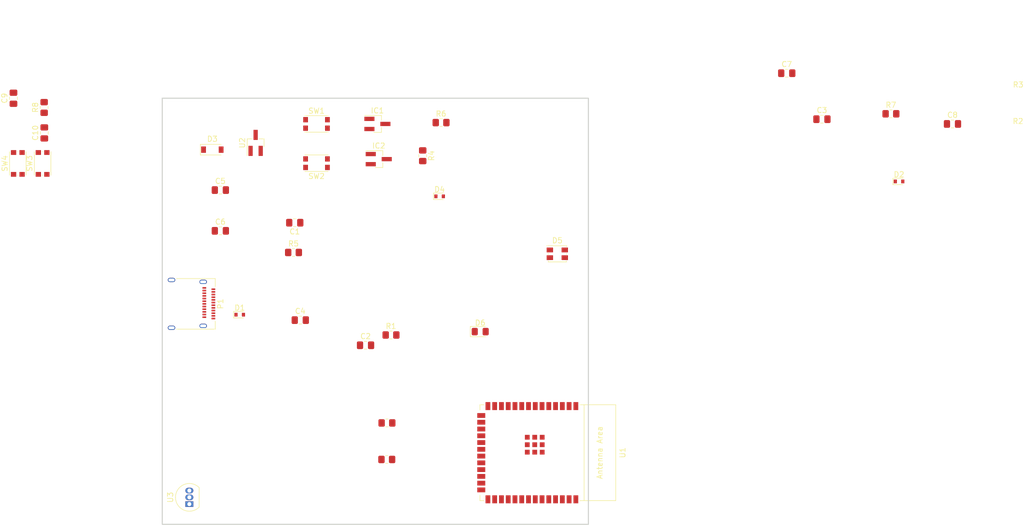
<source format=kicad_pcb>
(kicad_pcb (version 20211014) (generator pcbnew)
  (layers (0 "F.Cu" signal) (31 "B.Cu" signal) (34 "B.Paste" user) (35 "F.Paste" user) (36 "B.SilkS" user "B.Silkscreen") (37 "F.SilkS" user "F.Silkscreen") (38 "B.Mask" user) (39 "F.Mask" user) (44 "Edge.Cuts" user))
  (net 0 "")
  (net 1 "PAD_-_ExternalPush_1")
  (net 2 "GPIO0")
  (net 3 "CHIP_PU")
  (net 4 "ESP_3V3")
  (net 5 "+5V")
  (net 6 "VBUS")
  (net 7 "GPIO19")
  (net 8 "GPIO20")
  (net 9 "GPIO38")
  (net 11 "Net-(D6-Pad2)")
  (net 12 "Net-(IC1-Pad1)")
  (net 13 "RTS")
  (net 14 "Net-(IC1-Pad3)")
  (net 15 "DTR")
  (net 16 "Net-(IC2-Pad3)")
  (net 17 "Net-(P1-PadA5)")
  (net 29 "ExternalPush_1")
  (net 36 "ExternalPush_2")
  (net 39 "TemperatureSensor")
  (footprint "Capacitor_SMD:C_0805_2012Metric_Pad1.18x1.45mm_HandSolder" (layer "F.Cu") (at 117.5805 70.582)
    (fp_text reference "C5" (at 0 -1.68) (layer "F.SilkS"))
    (fp_text value "10uF/25V(20%)")
    (fp_line (start -0.261252 0.735) (end 0.261252 0.735) (layer "F.SilkS") (width 0.12))
    (fp_line (start -0.261252 -0.735) (end 0.261252 -0.735) (layer "F.SilkS") (width 0.12))
    (pad "1" smd roundrect (at -1.0375 0) (size 1.175 1.45) (layers "F.Cu" "F.Paste" "F.Mask") (roundrect_rratio 0.212766) (net 5 "+5V"))
    (pad "2" smd roundrect (at 1.0375 0) (size 1.175 1.45) (layers "F.Cu" "F.Paste" "F.Mask") (roundrect_rratio 0.212766) (net 1 "PAD_-_ExternalPush_1"))
  )
  (footprint "LED_SMD:LED_0805_2012Metric_Pad1.15x1.40mm_HandSolder" (layer "F.Cu") (at 166.37 97.155)
    (fp_text reference "D6" (at 0 -1.65) (layer "F.SilkS"))
    (fp_text value "RED LED ")
    (fp_line (start -1.86 0.96) (end 1 0.96) (layer "F.SilkS") (width 0.12))
    (fp_line (start -1.86 -0.96) (end -1.86 0.96) (layer "F.SilkS") (width 0.12))
    (fp_line (start 1 -0.96) (end -1.86 -0.96) (layer "F.SilkS") (width 0.12))
    (pad "1" smd roundrect (at -1.025 0) (size 1.15 1.4) (layers "F.Cu" "F.Paste" "F.Mask") (roundrect_rratio 0.217391) (net 1 "PAD_-_ExternalPush_1"))
    (pad "2" smd roundrect (at 1.025 0) (size 1.15 1.4) (layers "F.Cu" "F.Paste" "F.Mask") (roundrect_rratio 0.217391) (net 11 "Net-(D6-Pad2)"))
  )
  (footprint "Espressif:ESP32-S3-WROOM-1" (layer "F.Cu") (at 176.066 119.888 -90)
    (fp_text reference "U1" (at 0 -17.05 90) (layer "F.SilkS"))
    (fp_text value "ESP32-S3-WROOM-1")
    (fp_text user "Antenna Area" (at 0 -12.75 90) (layer "F.SilkS"))
    (fp_line (start -9 -15.75) (end -9 -9) (layer "F.SilkS") (width 0.12))
    (fp_line (start 9 9.75) (end 8 9.75) (layer "F.SilkS") (width 0.12))
    (fp_line (start 9 9) (end 9 9.75) (layer "F.SilkS") (width 0.12))
    (fp_line (start -9 9.75) (end -8 9.75) (layer "F.SilkS") (width 0.12))
    (fp_line (start 9 -9.81) (end -9 -9.81) (layer "F.SilkS") (width 0.12))
    (fp_line (start 9 -15.75) (end 9 -9) (layer "F.SilkS") (width 0.12))
    (fp_line (start -9 9) (end -9 9.75) (layer "F.SilkS") (width 0.12))
    (fp_line (start -9 -15.75) (end 9 -15.75) (layer "F.SilkS") (width 0.12))
    (pad "1" smd rect (at -8.75 -8.26 270) (size 1.5 0.9) (layers "F.Cu" "F.Paste" "F.Mask") (net 1 "PAD_-_ExternalPush_1"))
    (pad "2" smd rect (at -8.75 -6.99 270) (size 1.5 0.9) (layers "F.Cu" "F.Paste" "F.Mask") (net 4 "ESP_3V3"))
    (pad "3" smd rect (at -8.75 -5.72 270) (size 1.5 0.9) (layers "F.Cu" "F.Paste" "F.Mask") (net 3 "CHIP_PU"))
    (pad "4" smd rect (at -8.75 -4.45 270) (size 1.5 0.9) (layers "F.Cu" "F.Paste" "F.Mask"))
    (pad "5" smd rect (at -8.75 -3.18 270) (size 1.5 0.9) (layers "F.Cu" "F.Paste" "F.Mask"))
    (pad "6" smd rect (at -8.75 -1.91 270) (size 1.5 0.9) (layers "F.Cu" "F.Paste" "F.Mask"))
    (pad "7" smd rect (at -8.75 -0.64 270) (size 1.5 0.9) (layers "F.Cu" "F.Paste" "F.Mask"))
    (pad "8" smd rect (at -8.75 0.63 270) (size 1.5 0.9) (layers "F.Cu" "F.Paste" "F.Mask"))
    (pad "9" smd rect (at -8.75 1.9 270) (size 1.5 0.9) (layers "F.Cu" "F.Paste" "F.Mask"))
    (pad "10" smd rect (at -8.75 3.17 270) (size 1.5 0.9) (layers "F.Cu" "F.Paste" "F.Mask"))
    (pad "11" smd rect (at -8.75 4.44 270) (size 1.5 0.9) (layers "F.Cu" "F.Paste" "F.Mask"))
    (pad "12" smd rect (at -8.75 5.71 270) (size 1.5 0.9) (layers "F.Cu" "F.Paste" "F.Mask"))
    (pad "13" smd rect (at -8.75 6.98 270) (size 1.5 0.9) (layers "F.Cu" "F.Paste" "F.Mask") (net 7 "GPIO19"))
    (pad "14" smd rect (at -8.75 8.25 270) (size 1.5 0.9) (layers "F.Cu" "F.Paste" "F.Mask") (net 8 "GPIO20"))
    (pad "15" smd rect (at -6.985 9.5) (size 1.5 0.9) (layers "F.Cu" "F.Paste" "F.Mask"))
    (pad "16" smd rect (at -5.715 9.5) (size 1.5 0.9) (layers "F.Cu" "F.Paste" "F.Mask") (net 39 "TemperatureSensor"))
    (pad "17" smd rect (at -4.445 9.5) (size 1.5 0.9) (layers "F.Cu" "F.Paste" "F.Mask"))
    (pad "18" smd rect (at -3.175 9.5) (size 1.5 0.9) (layers "F.Cu" "F.Paste" "F.Mask"))
    (pad "19" smd rect (at -1.905 9.5) (size 1.5 0.9) (layers "F.Cu" "F.Paste" "F.Mask"))
    (pad "20" smd rect (at -0.635 9.5) (size 1.5 0.9) (layers "F.Cu" "F.Paste" "F.Mask"))
    (pad "21" smd rect (at 0.635 9.5) (size 1.5 0.9) (layers "F.Cu" "F.Paste" "F.Mask"))
    (pad "22" smd rect (at 1.905 9.5) (size 1.5 0.9) (layers "F.Cu" "F.Paste" "F.Mask"))
    (pad "23" smd rect (at 3.175 9.5) (size 1.5 0.9) (layers "F.Cu" "F.Paste" "F.Mask") (net 29 "ExternalPush_1"))
    (pad "24" smd rect (at 4.445 9.5) (size 1.5 0.9) (layers "F.Cu" "F.Paste" "F.Mask"))
    (pad "25" smd rect (at 5.715 9.5) (size 1.5 0.9) (layers "F.Cu" "F.Paste" "F.Mask"))
    (pad "26" smd rect (at 6.985 9.5) (size 1.5 0.9) (layers "F.Cu" "F.Paste" "F.Mask") (net 36 "ExternalPush_2"))
    (pad "27" smd rect (at 8.75 8.25 90) (size 1.5 0.9) (layers "F.Cu" "F.Paste" "F.Mask") (net 2 "GPIO0"))
    (pad "28" smd rect (at 8.75 6.98 90) (size 1.5 0.9) (layers "F.Cu" "F.Paste" "F.Mask"))
    (pad "29" smd rect (at 8.75 5.71 90) (size 1.5 0.9) (layers "F.Cu" "F.Paste" "F.Mask"))
    (pad "30" smd rect (at 8.75 4.44 90) (size 1.5 0.9) (layers "F.Cu" "F.Paste" "F.Mask"))
    (pad "31" smd rect (at 8.75 3.17 90) (size 1.5 0.9) (layers "F.Cu" "F.Paste" "F.Mask") (net 9 "GPIO38"))
    (pad "32" smd rect (at 8.75 1.9 90) (size 1.5 0.9) (layers "F.Cu" "F.Paste" "F.Mask"))
    (pad "33" smd rect (at 8.75 0.63 90) (size 1.5 0.9) (layers "F.Cu" "F.Paste" "F.Mask"))
    (pad "34" smd rect (at 8.75 -0.64 90) (size 1.5 0.9) (layers "F.Cu" "F.Paste" "F.Mask"))
    (pad "35" smd rect (at 8.75 -1.91 90) (size 1.5 0.9) (layers "F.Cu" "F.Paste" "F.Mask"))
    (pad "36" smd rect (at 8.75 -3.18 90) (size 1.5 0.9) (layers "F.Cu" "F.Paste" "F.Mask"))
    (pad "37" smd rect (at 8.75 -4.45 90) (size 1.5 0.9) (layers "F.Cu" "F.Paste" "F.Mask"))
    (pad "38" smd rect (at 8.75 -5.72 90) (size 1.5 0.9) (layers "F.Cu" "F.Paste" "F.Mask"))
    (pad "39" smd rect (at 8.75 -6.99 90) (size 1.5 0.9) (layers "F.Cu" "F.Paste" "F.Mask"))
    (pad "40" smd rect (at 8.75 -8.26 90) (size 1.5 0.9) (layers "F.Cu" "F.Paste" "F.Mask") (net 1 "PAD_-_ExternalPush_1"))
    (pad "41" smd rect (at -2.9 -1.94 90) (size 0.9 0.9) (layers "F.Cu" "F.Paste" "F.Mask") (net 1 "PAD_-_ExternalPush_1"))
    (pad "41" smd rect (at -1.5 -1.94 90) (size 0.9 0.9) (layers "F.Cu" "F.Paste" "F.Mask") (net 1 "PAD_-_ExternalPush_1"))
    (pad "41" smd rect (at -1.5 0.86 90) (size 0.9 0.9) (layers "F.Cu" "F.Paste" "F.Mask") (net 1 "PAD_-_ExternalPush_1"))
    (pad "41" smd rect (at -2.9 -0.54 90) (size 0.9 0.9) (layers "F.Cu" "F.Paste" "F.Mask") (net 1 "PAD_-_ExternalPush_1"))
    (pad "41" smd rect (at -2.9 0.86 90) (size 0.9 0.9) (layers "F.Cu" "F.Paste" "F.Mask") (net 1 "PAD_-_ExternalPush_1"))
    (pad "41" smd rect (at -0.1 0.86 90) (size 0.9 0.9) (layers "F.Cu" "F.Paste" "F.Mask") (net 1 "PAD_-_ExternalPush_1"))
    (pad "41" smd rect (at -1.5 -0.54 90) (size 0.9 0.9) (layers "F.Cu" "F.Paste" "F.Mask") (net 1 "PAD_-_ExternalPush_1"))
    (pad "41" smd rect (at -0.1 -1.94 90) (size 0.9 0.9) (layers "F.Cu" "F.Paste" "F.Mask") (net 1 "PAD_-_ExternalPush_1"))
    (pad "41" smd rect (at -0.1 -0.54 90) (size 0.9 0.9) (layers "F.Cu" "F.Paste" "F.Mask") (net 1 "PAD_-_ExternalPush_1"))
  )
  (footprint "Capacitor_SMD:C_0805_2012Metric_Pad1.18x1.45mm_HandSolder" (layer "F.Cu") (at 255.0375 58.166)
    (fp_text reference "C8" (at 0 -1.68) (layer "F.SilkS"))
    (fp_text value "100uF/25V(20%)")
    (fp_line (start -0.261252 0.735) (end 0.261252 0.735) (layer "F.SilkS") (width 0.12))
    (fp_line (start -0.261252 -0.735) (end 0.261252 -0.735) (layer "F.SilkS") (width 0.12))
    (pad "1" smd roundrect (at -1.0375 0) (size 1.175 1.45) (layers "F.Cu" "F.Paste" "F.Mask") (roundrect_rratio 0.212766) (net 4 "ESP_3V3"))
    (pad "2" smd roundrect (at 1.0375 0) (size 1.175 1.45) (layers "F.Cu" "F.Paste" "F.Mask") (roundrect_rratio 0.212766) (net 1 "PAD_-_ExternalPush_1"))
  )
  (footprint "LED_SMD:LED_Kingbright_AAA3528ESGCT" (layer "F.Cu") (at 180.848 82.55)
    (fp_text reference "D5" (at 0 -2.5) (layer "F.SilkS"))
    (fp_text value "SK6812MINI")
    (fp_line (start -2 -1.51) (end 1.71 -1.51) (layer "F.SilkS") (width 0.12))
    (fp_line (start -1.71 1.355) (end -1.71 1.51) (layer "F.SilkS") (width 0.12))
    (fp_line (start 1.71 1.355) (end 1.71 1.51) (layer "F.SilkS") (width 0.12))
    (fp_line (start 1.71 -1.355) (end 1.71 -1.51) (layer "F.SilkS") (width 0.12))
    (fp_line (start -1.71 1.51) (end 1.71 1.51) (layer "F.SilkS") (width 0.12))
    (fp_line (start 1.71 -0.095) (end 1.71 0.095) (layer "F.SilkS") (width 0.12))
    (fp_line (start -1.71 -0.095) (end -1.71 0.095) (layer "F.SilkS") (width 0.12))
    (pad "1" smd rect (at -1.4 -0.725) (size 1.2 0.9) (layers "F.Cu" "F.Paste" "F.Mask") (net 9 "GPIO38"))
    (pad "2" smd rect (at 1.4 -0.725) (size 1.2 0.9) (layers "F.Cu" "F.Paste" "F.Mask") (net 1 "PAD_-_ExternalPush_1"))
    (pad "3" smd rect (at 1.4 0.725) (size 1.2 0.9) (layers "F.Cu" "F.Paste" "F.Mask"))
    (pad "4" smd rect (at -1.4 0.725) (size 1.2 0.9) (layers "F.Cu" "F.Paste" "F.Mask") (net 4 "ESP_3V3"))
  )
  (footprint "Diode_SMD:D_SOD-523" (layer "F.Cu") (at 245.0045 68.961)
    (fp_text reference "D2" (at 0 -1.3) (layer "F.SilkS"))
    (fp_text value "LESD5D5.0CT1G")
    (fp_line (start -1.15 -0.6) (end -1.15 0.6) (layer "F.SilkS") (width 0.12))
    (fp_line (start 0.7 -0.6) (end -1.15 -0.6) (layer "F.SilkS") (width 0.12))
    (fp_line (start 0.7 0.6) (end -1.15 0.6) (layer "F.SilkS") (width 0.12))
    (pad "1" smd rect (at -0.7 0 180) (size 0.6 0.7) (layers "F.Cu" "F.Paste" "F.Mask") (net 1 "PAD_-_ExternalPush_1"))
    (pad "2" smd rect (at 0.7 0 180) (size 0.6 0.7) (layers "F.Cu" "F.Paste" "F.Mask") (net 7 "GPIO19"))
  )
  (footprint "Resistor_SMD:R_0805_2012Metric_Pad1.20x1.40mm_HandSolder" (layer "F.Cu") (at 148.86 114.3)
    (fp_text reference "R3" (at 118.5125 -63.499) (layer "F.SilkS"))
    (fp_text value "5.1k")
    (fp_line (start -0.227064 0.735) (end 0.227064 0.735) (layer "F.SilkS") (width 0.12))
    (fp_line (start -0.227064 -0.735) (end 0.227064 -0.735) (layer "F.SilkS") (width 0.12))
    (pad "1" smd roundrect (at -1 0) (size 1.2 1.4) (layers "F.Cu" "F.Paste" "F.Mask") (roundrect_rratio 0.208333) (net 17 "Net-(P1-PadA5)"))
    (pad "2" smd roundrect (at 1 0) (size 1.2 1.4) (layers "F.Cu" "F.Paste" "F.Mask") (roundrect_rratio 0.208333) (net 1 "PAD_-_ExternalPush_1"))
  )
  (footprint "Resistor_SMD:R_0805_2012Metric_Pad1.20x1.40mm_HandSolder" (layer "F.Cu") (at 84.5 55.07 90)
    (fp_text reference "R8" (at 0 -1.65 90) (layer "F.SilkS"))
    (fp_text value "4K7(20%)")
    (fp_line (start -0.227064 -0.735) (end 0.227064 -0.735) (layer "F.SilkS") (width 0.12))
    (fp_line (start -0.227064 0.735) (end 0.227064 0.735) (layer "F.SilkS") (width 0.12))
    (pad "1" smd roundrect (at -1 0 90) (size 1.2 1.4) (layers "F.Cu" "F.Paste" "F.Mask") (roundrect_rratio 0.208333) (net 4 "ESP_3V3"))
    (pad "2" smd roundrect (at 1 0 90) (size 1.2 1.4) (layers "F.Cu" "F.Paste" "F.Mask") (roundrect_rratio 0.208333) (net 39 "TemperatureSensor"))
  )
  (footprint "Button_Switch_SMD:SW_Push_1P1T_NO_CK_KMR2" (layer "F.Cu") (at 79.56 65.58 90)
    (fp_text reference "SW4" (at 0 -2.45 90) (layer "F.SilkS"))
    (fp_text value "SW_Push")
    (fp_line (start 2.2 0.05) (end 2.2 -0.05) (layer "F.SilkS") (width 0.12))
    (fp_line (start -2.2 0.05) (end -2.2 -0.05) (layer "F.SilkS") (width 0.12))
    (fp_line (start 2.2 -1.55) (end -2.2 -1.55) (layer "F.SilkS") (width 0.12))
    (fp_line (start -2.2 1.55) (end 2.2 1.55) (layer "F.SilkS") (width 0.12))
    (pad "1" smd rect (at -2.05 -0.8 90) (size 0.9 1) (layers "F.Cu" "F.Paste" "F.Mask") (net 1 "PAD_-_ExternalPush_1"))
    (pad "1" smd rect (at 2.05 -0.8 90) (size 0.9 1) (layers "F.Cu" "F.Paste" "F.Mask") (net 1 "PAD_-_ExternalPush_1"))
    (pad "2" smd rect (at 2.05 0.8 90) (size 0.9 1) (layers "F.Cu" "F.Paste" "F.Mask") (net 36 "ExternalPush_2"))
    (pad "2" smd rect (at -2.05 0.8 90) (size 0.9 1) (layers "F.Cu" "F.Paste" "F.Mask") (net 36 "ExternalPush_2"))
  )
  (footprint "Capacitor_SMD:C_0805_2012Metric_Pad1.18x1.45mm_HandSolder" (layer "F.Cu") (at 131.5505 76.708 180)
    (fp_text reference "C1" (at 0 -1.68) (layer "F.SilkS"))
    (fp_text value "0.1uF/50V(20%)")
    (fp_line (start -0.261252 -0.735) (end 0.261252 -0.735) (layer "F.SilkS") (width 0.12))
    (fp_line (start -0.261252 0.735) (end 0.261252 0.735) (layer "F.SilkS") (width 0.12))
    (pad "1" smd roundrect (at -1.0375 0 180) (size 1.175 1.45) (layers "F.Cu" "F.Paste" "F.Mask") (roundrect_rratio 0.212766) (net 1 "PAD_-_ExternalPush_1"))
    (pad "2" smd roundrect (at 1.0375 0 180) (size 1.175 1.45) (layers "F.Cu" "F.Paste" "F.Mask") (roundrect_rratio 0.212766) (net 2 "GPIO0"))
  )
  (footprint "Capacitor_SMD:C_0805_2012Metric_Pad1.18x1.45mm_HandSolder" (layer "F.Cu") (at 144.842 99.72)
    (fp_text reference "C2" (at 0 -1.68) (layer "F.SilkS"))
    (fp_text value "0.1uF/50V(20%)")
    (fp_line (start -0.261252 -0.735) (end 0.261252 -0.735) (layer "F.SilkS") (width 0.12))
    (fp_line (start -0.261252 0.735) (end 0.261252 0.735) (layer "F.SilkS") (width 0.12))
    (pad "1" smd roundrect (at -1.0375 0) (size 1.175 1.45) (layers "F.Cu" "F.Paste" "F.Mask") (roundrect_rratio 0.212766) (net 1 "PAD_-_ExternalPush_1"))
    (pad "2" smd roundrect (at 1.0375 0) (size 1.175 1.45) (layers "F.Cu" "F.Paste" "F.Mask") (roundrect_rratio 0.212766) (net 3 "CHIP_PU"))
  )
  (footprint "Package_TO_SOT_THT:TO-92_Inline" (layer "F.Cu") (at 111.76 129.54 90)
    (fp_text reference "U3" (at 1.27 -3.56 90) (layer "F.SilkS"))
    (fp_text value "DS18B20")
    (fp_line (start -0.53 1.85) (end 3.07 1.85) (layer "F.SilkS") (width 0.12))
    (fp_arc (start 1.27 -2.6) (mid 3.672087 -0.994977) (end 3.108478 1.838478) (layer "F.SilkS") (width 0.12))
    (fp_arc (start -0.568478 1.838478) (mid -1.132087 -0.994977) (end 1.27 -2.6) (layer "F.SilkS") (width 0.12))
    (pad "1" thru_hole rect (at 0 0 90) (size 1.05 1.5) (drill 0.75) (layers *.Cu *.Mask) (net 1 "PAD_-_ExternalPush_1"))
    (pad "2" thru_hole oval (at 1.27 0 90) (size 1.05 1.5) (drill 0.75) (layers *.Cu *.Mask) (net 39 "TemperatureSensor"))
    (pad "3" thru_hole oval (at 2.54 0 90) (size 1.05 1.5) (drill 0.75) (layers *.Cu *.Mask) (net 4 "ESP_3V3"))
  )
  (footprint "Capacitor_SMD:C_0805_2012Metric_Pad1.18x1.45mm_HandSolder" (layer "F.Cu") (at 230.5265 57.277)
    (fp_text reference "C3" (at 0 -1.68) (layer "F.SilkS"))
    (fp_text value "10uF/25V(20%)")
    (fp_line (start -0.261252 -0.735) (end 0.261252 -0.735) (layer "F.SilkS") (width 0.12))
    (fp_line (start -0.261252 0.735) (end 0.261252 0.735) (layer "F.SilkS") (width 0.12))
    (pad "1" smd roundrect (at -1.0375 0) (size 1.175 1.45) (layers "F.Cu" "F.Paste" "F.Mask") (roundrect_rratio 0.212766) (net 4 "ESP_3V3"))
    (pad "2" smd roundrect (at 1.0375 0) (size 1.175 1.45) (layers "F.Cu" "F.Paste" "F.Mask") (roundrect_rratio 0.212766) (net 1 "PAD_-_ExternalPush_1"))
  )
  (footprint "Button_Switch_SMD:SW_Push_1P1T_NO_CK_KMR2" (layer "F.Cu") (at 135.636 65.532 180)
    (fp_text reference "SW2" (at 0 -2.45) (layer "F.SilkS"))
    (fp_text value "SW_Push")
    (fp_line (start -2.2 0.05) (end -2.2 -0.05) (layer "F.SilkS") (width 0.12))
    (fp_line (start -2.2 1.55) (end 2.2 1.55) (layer "F.SilkS") (width 0.12))
    (fp_line (start 2.2 0.05) (end 2.2 -0.05) (layer "F.SilkS") (width 0.12))
    (fp_line (start 2.2 -1.55) (end -2.2 -1.55) (layer "F.SilkS") (width 0.12))
    (pad "1" smd rect (at -2.05 -0.8 180) (size 0.9 1) (layers "F.Cu" "F.Paste" "F.Mask") (net 1 "PAD_-_ExternalPush_1"))
    (pad "1" smd rect (at 2.05 -0.8 180) (size 0.9 1) (layers "F.Cu" "F.Paste" "F.Mask") (net 1 "PAD_-_ExternalPush_1"))
    (pad "2" smd rect (at -2.05 0.8 180) (size 0.9 1) (layers "F.Cu" "F.Paste" "F.Mask") (net 3 "CHIP_PU"))
    (pad "2" smd rect (at 2.05 0.8 180) (size 0.9 1) (layers "F.Cu" "F.Paste" "F.Mask") (net 3 "CHIP_PU"))
  )
  (footprint "Package_TO_SOT_SMD:SOT-23_Handsoldering" (layer "F.Cu") (at 124.206 61.722 90)
    (fp_text reference "U2" (at 0 -2.5 90) (layer "F.SilkS"))
    (fp_text value "LM1117-3.3")
    (fp_line (start 0.76 -1.58) (end -2.4 -1.58) (layer "F.SilkS") (width 0.12))
    (fp_line (start 0.76 -1.58) (end 0.76 -0.65) (layer "F.SilkS") (width 0.12))
    (fp_line (start 0.76 1.58) (end 0.76 0.65) (layer "F.SilkS") (width 0.12))
    (fp_line (start 0.76 1.58) (end -0.7 1.58) (layer "F.SilkS") (width 0.12))
    (pad "1" smd rect (at -1.5 -0.95 90) (size 1.9 0.8) (layers "F.Cu" "F.Paste" "F.Mask") (net 1 "PAD_-_ExternalPush_1"))
    (pad "2" smd rect (at -1.5 0.95 90) (size 1.9 0.8) (layers "F.Cu" "F.Paste" "F.Mask") (net 4 "ESP_3V3"))
    (pad "3" smd rect (at 1.5 0 90) (size 1.9 0.8) (layers "F.Cu" "F.Paste" "F.Mask") (net 5 "+5V"))
  )
  (footprint "Resistor_SMD:R_0805_2012Metric_Pad1.20x1.40mm_HandSolder" (layer "F.Cu") (at 159.02 57.912)
    (fp_text reference "R6" (at 0 -1.65) (layer "F.SilkS"))
    (fp_text value "10k (1%)")
    (fp_line (start -0.227064 -0.735) (end 0.227064 -0.735) (layer "F.SilkS") (width 0.12))
    (fp_line (start -0.227064 0.735) (end 0.227064 0.735) (layer "F.SilkS") (width 0.12))
    (pad "1" smd roundrect (at -1 0) (size 1.2 1.4) (layers "F.Cu" "F.Paste" "F.Mask") (roundrect_rratio 0.208333) (net 4 "ESP_3V3"))
    (pad "2" smd roundrect (at 1 0) (size 1.2 1.4) (layers "F.Cu" "F.Paste" "F.Mask") (roundrect_rratio 0.208333) (net 3 "CHIP_PU"))
  )
  (footprint "Button_Switch_SMD:SW_Push_1P1T_NO_CK_KMR2" (layer "F.Cu") (at 84.21 65.58 90)
    (fp_text reference "SW3" (at 0 -2.45 90) (layer "F.SilkS"))
    (fp_text value "SW_Push")
    (fp_line (start -2.2 0.05) (end -2.2 -0.05) (layer "F.SilkS") (width 0.12))
    (fp_line (start -2.2 1.55) (end 2.2 1.55) (layer "F.SilkS") (width 0.12))
    (fp_line (start 2.2 0.05) (end 2.2 -0.05) (layer "F.SilkS") (width 0.12))
    (fp_line (start 2.2 -1.55) (end -2.2 -1.55) (layer "F.SilkS") (width 0.12))
    (pad "1" smd rect (at -2.05 -0.8 90) (size 0.9 1) (layers "F.Cu" "F.Paste" "F.Mask") (net 1 "PAD_-_ExternalPush_1"))
    (pad "1" smd rect (at 2.05 -0.8 90) (size 0.9 1) (layers "F.Cu" "F.Paste" "F.Mask") (net 1 "PAD_-_ExternalPush_1"))
    (pad "2" smd rect (at -2.05 0.8 90) (size 0.9 1) (layers "F.Cu" "F.Paste" "F.Mask") (net 29 "ExternalPush_1"))
    (pad "2" smd rect (at 2.05 0.8 90) (size 0.9 1) (layers "F.Cu" "F.Paste" "F.Mask") (net 29 "ExternalPush_1"))
  )
  (footprint "Diode_SMD:D_SOD-123" (layer "F.Cu") (at 116.078 62.992)
    (fp_text reference "D3" (at 0 -2) (layer "F.SilkS"))
    (fp_text value "1N5819HW-7-F")
    (fp_line (start -2.25 -1) (end 1.65 -1) (layer "F.SilkS") (width 0.12))
    (fp_line (start -2.25 -1) (end -2.25 1) (layer "F.SilkS") (width 0.12))
    (fp_line (start -2.25 1) (end 1.65 1) (layer "F.SilkS") (width 0.12))
    (pad "1" smd rect (at -1.65 0) (size 0.9 1.2) (layers "F.Cu" "F.Paste" "F.Mask"))
    (pad "2" smd rect (at 1.65 0) (size 0.9 1.2) (layers "F.Cu" "F.Paste" "F.Mask"))
  )
  (footprint "Resistor_SMD:R_0805_2012Metric_Pad1.20x1.40mm_HandSolder" (layer "F.Cu") (at 155.575 64.135 -90)
    (fp_text reference "R4" (at 0 -1.65 90) (layer "F.SilkS"))
    (fp_text value "0(1%)")
    (fp_line (start -0.227064 0.735) (end 0.227064 0.735) (layer "F.SilkS") (width 0.12))
    (fp_line (start -0.227064 -0.735) (end 0.227064 -0.735) (layer "F.SilkS") (width 0.12))
    (pad "1" smd roundrect (at -1 0 270) (size 1.2 1.4) (layers "F.Cu" "F.Paste" "F.Mask") (roundrect_rratio 0.208333) (net 3 "CHIP_PU"))
    (pad "2" smd roundrect (at 1 0 270) (size 1.2 1.4) (layers "F.Cu" "F.Paste" "F.Mask") (roundrect_rratio 0.208333) (net 14 "Net-(IC1-Pad3)"))
  )
  (footprint "Diode_SMD:D_SOD-523" (layer "F.Cu") (at 121.22 93.98)
    (fp_text reference "D1" (at 0 -1.3) (layer "F.SilkS"))
    (fp_text value "LESD5D5.0CT1G")
    (fp_line (start 0.7 0.6) (end -1.15 0.6) (layer "F.SilkS") (width 0.12))
    (fp_line (start 0.7 -0.6) (end -1.15 -0.6) (layer "F.SilkS") (width 0.12))
    (fp_line (start -1.15 -0.6) (end -1.15 0.6) (layer "F.SilkS") (width 0.12))
    (pad "1" smd rect (at -0.7 0 180) (size 0.6 0.7) (layers "F.Cu" "F.Paste" "F.Mask") (net 1 "PAD_-_ExternalPush_1"))
    (pad "2" smd rect (at 0.7 0 180) (size 0.6 0.7) (layers "F.Cu" "F.Paste" "F.Mask") (net 6 "VBUS"))
  )
  (footprint "Diode_SMD:D_SOD-523" (layer "F.Cu") (at 158.75 71.755)
    (fp_text reference "D4" (at 0 -1.3) (layer "F.SilkS"))
    (fp_text value "LESD5D5.0CT1G")
    (fp_line (start 0.7 -0.6) (end -1.15 -0.6) (layer "F.SilkS") (width 0.12))
    (fp_line (start -1.15 -0.6) (end -1.15 0.6) (layer "F.SilkS") (width 0.12))
    (fp_line (start 0.7 0.6) (end -1.15 0.6) (layer "F.SilkS") (width 0.12))
    (pad "1" smd rect (at -0.7 0 180) (size 0.6 0.7) (layers "F.Cu" "F.Paste" "F.Mask") (net 1 "PAD_-_ExternalPush_1"))
    (pad "2" smd rect (at 0.7 0 180) (size 0.6 0.7) (layers "F.Cu" "F.Paste" "F.Mask") (net 8 "GPIO20"))
  )
  (footprint "Capacitor_SMD:C_0805_2012Metric_Pad1.18x1.45mm_HandSolder" (layer "F.Cu") (at 84.53 59.85 90)
    (fp_text reference "C10" (at 0 -1.68 90) (layer "F.SilkS"))
    (fp_text value "0.1uF/50V(20%)")
    (fp_line (start -0.261252 0.735) (end 0.261252 0.735) (layer "F.SilkS") (width 0.12))
    (fp_line (start -0.261252 -0.735) (end 0.261252 -0.735) (layer "F.SilkS") (width 0.12))
    (pad "1" smd roundrect (at -1.0375 0 90) (size 1.175 1.45) (layers "F.Cu" "F.Paste" "F.Mask") (roundrect_rratio 0.212766) (net 1 "PAD_-_ExternalPush_1"))
    (pad "2" smd roundrect (at 1.0375 0 90) (size 1.175 1.45) (layers "F.Cu" "F.Paste" "F.Mask") (roundrect_rratio 0.212766) (net 36 "ExternalPush_2"))
  )
  (footprint "Resistor_SMD:R_0805_2012Metric_Pad1.20x1.40mm_HandSolder" (layer "F.Cu") (at 243.4805 56.261)
    (fp_text reference "R7" (at 0 -1.65) (layer "F.SilkS"))
    (fp_text value "5.1k")
    (fp_line (start -0.227064 -0.735) (end 0.227064 -0.735) (layer "F.SilkS") (width 0.12))
    (fp_line (start -0.227064 0.735) (end 0.227064 0.735) (layer "F.SilkS") (width 0.12))
    (pad "1" smd roundrect (at -1 0) (size 1.2 1.4) (layers "F.Cu" "F.Paste" "F.Mask") (roundrect_rratio 0.208333) (net 4 "ESP_3V3"))
    (pad "2" smd roundrect (at 1 0) (size 1.2 1.4) (layers "F.Cu" "F.Paste" "F.Mask") (roundrect_rratio 0.208333) (net 11 "Net-(D6-Pad2)"))
  )
  (footprint "Capacitor_SMD:C_0805_2012Metric_Pad1.18x1.45mm_HandSolder" (layer "F.Cu") (at 223.9225 48.641)
    (fp_text reference "C7" (at 0 -1.68) (layer "F.SilkS"))
    (fp_text value "10uF/25V(20%)")
    (fp_line (start -0.261252 0.735) (end 0.261252 0.735) (layer "F.SilkS") (width 0.12))
    (fp_line (start -0.261252 -0.735) (end 0.261252 -0.735) (layer "F.SilkS") (width 0.12))
    (pad "1" smd roundrect (at -1.0375 0) (size 1.175 1.45) (layers "F.Cu" "F.Paste" "F.Mask") (roundrect_rratio 0.212766) (net 5 "+5V"))
    (pad "2" smd roundrect (at 1.0375 0) (size 1.175 1.45) (layers "F.Cu" "F.Paste" "F.Mask") (roundrect_rratio 0.212766) (net 1 "PAD_-_ExternalPush_1"))
  )
  (footprint "Resistor_SMD:R_0805_2012Metric_Pad1.20x1.40mm_HandSolder" (layer "F.Cu") (at 148.828 121.158)
    (fp_text reference "R2" (at 118.5125 -63.499) (layer "F.SilkS"))
    (fp_text value "10k(1%)")
    (fp_line (start -0.227064 -0.735) (end 0.227064 -0.735) (layer "F.SilkS") (width 0.12))
    (fp_line (start -0.227064 0.735) (end 0.227064 0.735) (layer "F.SilkS") (width 0.12))
    (pad "1" smd roundrect (at -1 0) (size 1.2 1.4) (layers "F.Cu" "F.Paste" "F.Mask") (roundrect_rratio 0.208333) (net 13 "RTS"))
    (pad "2" smd roundrect (at 1 0) (size 1.2 1.4) (layers "F.Cu" "F.Paste" "F.Mask") (roundrect_rratio 0.208333) (net 15 "DTR"))
  )
  (footprint "Resistor_SMD:R_0805_2012Metric_Pad1.20x1.40mm_HandSolder" (layer "F.Cu") (at 131.318 82.296)
    (fp_text reference "R5" (at 0 -1.65) (layer "F.SilkS"))
    (fp_text value "0(1%)")
    (fp_line (start -0.227064 -0.735) (end 0.227064 -0.735) (layer "F.SilkS") (width 0.12))
    (fp_line (start -0.227064 0.735) (end 0.227064 0.735) (layer "F.SilkS") (width 0.12))
    (pad "1" smd roundrect (at -1 0) (size 1.2 1.4) (layers "F.Cu" "F.Paste" "F.Mask") (roundrect_rratio 0.208333) (net 2 "GPIO0"))
    (pad "2" smd roundrect (at 1 0) (size 1.2 1.4) (layers "F.Cu" "F.Paste" "F.Mask") (roundrect_rratio 0.208333) (net 16 "Net-(IC2-Pad3)"))
  )
  (footprint "Button_Switch_SMD:SW_Push_1P1T_NO_CK_KMR2" (layer "F.Cu") (at 135.636 58.166)
    (fp_text reference "SW1" (at 0 -2.45) (layer "F.SilkS"))
    (fp_text value "SW_Push")
    (fp_line (start -2.2 0.05) (end -2.2 -0.05) (layer "F.SilkS") (width 0.12))
    (fp_line (start 2.2 -1.55) (end -2.2 -1.55) (layer "F.SilkS") (width 0.12))
    (fp_line (start 2.2 0.05) (end 2.2 -0.05) (layer "F.SilkS") (width 0.12))
    (fp_line (start -2.2 1.55) (end 2.2 1.55) (layer "F.SilkS") (width 0.12))
    (pad "1" smd rect (at -2.05 -0.8) (size 0.9 1) (layers "F.Cu" "F.Paste" "F.Mask") (net 1 "PAD_-_ExternalPush_1"))
    (pad "1" smd rect (at 2.05 -0.8) (size 0.9 1) (layers "F.Cu" "F.Paste" "F.Mask") (net 1 "PAD_-_ExternalPush_1"))
    (pad "2" smd rect (at 2.05 0.8) (size 0.9 1) (layers "F.Cu" "F.Paste" "F.Mask") (net 2 "GPIO0"))
    (pad "2" smd rect (at -2.05 0.8) (size 0.9 1) (layers "F.Cu" "F.Paste" "F.Mask") (net 2 "GPIO0"))
  )
  (footprint "Resistor_SMD:R_0805_2012Metric_Pad1.20x1.40mm_HandSolder" (layer "F.Cu") (at 149.622 97.79)
    (fp_text reference "R1" (at 0 -1.65) (layer "F.SilkS"))
    (fp_text value "10k(1%)")
    (fp_line (start -0.227064 0.735) (end 0.227064 0.735) (layer "F.SilkS") (width 0.12))
    (fp_line (start -0.227064 -0.735) (end 0.227064 -0.735) (layer "F.SilkS") (width 0.12))
    (pad "1" smd roundrect (at -1 0) (size 1.2 1.4) (layers "F.Cu" "F.Paste" "F.Mask") (roundrect_rratio 0.208333) (net 15 "DTR"))
    (pad "2" smd roundrect (at 1 0) (size 1.2 1.4) (layers "F.Cu" "F.Paste" "F.Mask") (roundrect_rratio 0.208333) (net 12 "Net-(IC1-Pad1)"))
  )
  (footprint "Capacitor_SMD:C_0805_2012Metric_Pad1.18x1.45mm_HandSolder" (layer "F.Cu") (at 132.588 94.996)
    (fp_text reference "C4" (at 0 -1.68) (layer "F.SilkS"))
    (fp_text value "0.1uF/25V(20%)")
    (fp_line (start -0.261252 -0.735) (end 0.261252 -0.735) (layer "F.SilkS") (width 0.12))
    (fp_line (start -0.261252 0.735) (end 0.261252 0.735) (layer "F.SilkS") (width 0.12))
    (pad "1" smd roundrect (at -1.0375 0) (size 1.175 1.45) (layers "F.Cu" "F.Paste" "F.Mask") (roundrect_rratio 0.212766) (net 4 "ESP_3V3"))
    (pad "2" smd roundrect (at 1.0375 0) (size 1.175 1.45) (layers "F.Cu" "F.Paste" "F.Mask") (roundrect_rratio 0.212766) (net 1 "PAD_-_ExternalPush_1"))
  )
  (footprint "Package_TO_SOT_SMD:SOT-23_Handsoldering" (layer "F.Cu") (at 147.066 58.166)
    (fp_text reference "IC1" (at 0 -2.5) (layer "F.SilkS"))
    (fp_text value "L8050QLT1G")
    (fp_line (start 0.76 -1.58) (end 0.76 -0.65) (layer "F.SilkS") (width 0.12))
    (fp_line (start 0.76 1.58) (end 0.76 0.65) (layer "F.SilkS") (width 0.12))
    (fp_line (start 0.76 -1.58) (end -2.4 -1.58) (layer "F.SilkS") (width 0.12))
    (fp_line (start 0.76 1.58) (end -0.7 1.58) (layer "F.SilkS") (width 0.12))
    (pad "1" smd rect (at -1.5 -0.95) (size 1.9 0.8) (layers "F.Cu" "F.Paste" "F.Mask") (net 12 "Net-(IC1-Pad1)"))
    (pad "2" smd rect (at -1.5 0.95) (size 1.9 0.8) (layers "F.Cu" "F.Paste" "F.Mask") (net 13 "RTS"))
    (pad "3" smd rect (at 1.5 0) (size 1.9 0.8) (layers "F.Cu" "F.Paste" "F.Mask") (net 14 "Net-(IC1-Pad3)"))
  )
  (footprint "Capacitor_SMD:C_0805_2012Metric_Pad1.18x1.45mm_HandSolder" (layer "F.Cu") (at 117.5805 78.232)
    (fp_text reference "C6" (at 0 -1.68) (layer "F.SilkS"))
    (fp_text value "1uF/16V(10%)")
    (fp_line (start -0.261252 0.735) (end 0.261252 0.735) (layer "F.SilkS") (width 0.12))
    (fp_line (start -0.261252 -0.735) (end 0.261252 -0.735) (layer "F.SilkS") (width 0.12))
    (pad "1" smd roundrect (at -1.0375 0) (size 1.175 1.45) (layers "F.Cu" "F.Paste" "F.Mask") (roundrect_rratio 0.212766) (net 3 "CHIP_PU"))
    (pad "2" smd roundrect (at 1.0375 0) (size 1.175 1.45) (layers "F.Cu" "F.Paste" "F.Mask") (roundrect_rratio 0.212766) (net 1 "PAD_-_ExternalPush_1"))
  )
  (footprint "Package_TO_SOT_SMD:SOT-23_Handsoldering" (layer "F.Cu") (at 147.32 64.77)
    (fp_text reference "IC2" (at 0 -2.5) (layer "F.SilkS"))
    (fp_text value "L8050QLT1G")
    (fp_line (start 0.76 -1.58) (end -2.4 -1.58) (layer "F.SilkS") (width 0.12))
    (fp_line (start 0.76 -1.58) (end 0.76 -0.65) (layer "F.SilkS") (width 0.12))
    (fp_line (start 0.76 1.58) (end -0.7 1.58) (layer "F.SilkS") (width 0.12))
    (fp_line (start 0.76 1.58) (end 0.76 0.65) (layer "F.SilkS") (width 0.12))
    (pad "1" smd rect (at -1.5 -0.95) (size 1.9 0.8) (layers "F.Cu" "F.Paste" "F.Mask") (net 15 "DTR"))
    (pad "2" smd rect (at -1.5 0.95) (size 1.9 0.8) (layers "F.Cu" "F.Paste" "F.Mask") (net 15 "DTR"))
    (pad "3" smd rect (at 1.5 0) (size 1.9 0.8) (layers "F.Cu" "F.Paste" "F.Mask") (net 16 "Net-(IC2-Pad3)"))
  )
  (footprint "Connector_USB:USB_C_Receptacle_Amphenol_12401610E4-2A" (layer "F.Cu") (at 111.252 91.948 -90)
    (fp_text reference "P1" (at 0 -6.36 90) (layer "F.SilkS"))
    (fp_text value "USB_C_Plug_USB2.0")
    (fp_line (start 3.25 -5.37) (end 4.75 -5.37) (layer "F.SilkS") (width 0.12))
    (fp_line (start 4.75 -5.37) (end 4.75 1.89) (layer "F.SilkS") (width 0.12))
    (fp_line (start -4.75 -5.37) (end -4.75 1.89) (layer "F.SilkS") (width 0.12))
    (fp_line (start -4.75 -5.37) (end -3.25 -5.37) (layer "F.SilkS") (width 0.12))
    (pad "" np_thru_hole oval (at 3.6 -4.36 270) (size 0.95 0.65) (drill oval 0.95 0.65) (layers *.Cu *.Mask))
    (pad "" np_thru_hole circle (at -3.6 -4.36 270) (size 0.65 0.65) (drill 0.65) (layers *.Cu *.Mask))
    (pad "A1" smd rect (at -2.75 -5.02 270) (size 0.3 0.7) (layers "F.Cu" "F.Paste" "F.Mask") (net 1 "PAD_-_ExternalPush_1"))
    (pad "A2" smd rect (at -2.25 -5.02 270) (size 0.3 0.7) (layers "F.Cu" "F.Paste" "F.Mask"))
    (pad "A3" smd rect (at -1.75 -5.02 270) (size 0.3 0.7) (layers "F.Cu" "F.Paste" "F.Mask"))
    (pad "A4" smd rect (at -1.25 -5.02 270) (size 0.3 0.7) (layers "F.Cu" "F.Paste" "F.Mask") (net 6 "VBUS"))
    (pad "A5" smd rect (at -0.75 -5.02 270) (size 0.3 0.7) (layers "F.Cu" "F.Paste" "F.Mask") (net 17 "Net-(P1-PadA5)"))
    (pad "A6" smd rect (at -0.25 -5.02 270) (size 0.3 0.7) (layers "F.Cu" "F.Paste" "F.Mask") (net 8 "GPIO20"))
    (pad "A7" smd rect (at 0.25 -5.02 270) (size 0.3 0.7) (layers "F.Cu" "F.Paste" "F.Mask") (net 7 "GPIO19"))
    (pad "A8" smd rect (at 0.75 -5.02 270) (size 0.3 0.7) (layers "F.Cu" "F.Paste" "F.Mask"))
    (pad "A9" smd rect (at 1.25 -5.02 270) (size 0.3 0.7) (layers "F.Cu" "F.Paste" "F.Mask") (net 6 "VBUS"))
    (pad "A10" smd rect (at 1.75 -5.02 270) (size 0.3 0.7) (layers "F.Cu" "F.Paste" "F.Mask"))
    (pad "A11" smd rect (at 2.25 -5.02 270) (size 0.3 0.7) (layers "F.Cu" "F.Paste" "F.Mask"))
    (pad "A12" smd rect (at 2.75 -5.02 270) (size 0.3 0.7) (layers "F.Cu" "F.Paste" "F.Mask") (net 1 "PAD_-_ExternalPush_1"))
    (pad "B1" smd rect (at 2.5 -3.32 270) (size 0.3 0.7) (layers "F.Cu" "F.Paste" "F.Mask") (net 1 "PAD_-_ExternalPush_1"))
    (pad "B2" smd rect (at 2 -3.32 270) (size 0.3 0.7) (layers "F.Cu" "F.Paste" "F.Mask"))
    (pad "B3" smd rect (at 1.5 -3.32 270) (size 0.3 0.7) (layers "F.Cu" "F.Paste" "F.Mask"))
    (pad "B4" smd rect (at 1 -3.32 270) (size 0.3 0.7) (layers "F.Cu" "F.Paste" "F.Mask") (net 6 "VBUS"))
    (pad "B5" smd rect (at 0.5 -3.32 270) (size 0.3 0.7) (layers "F.Cu" "F.Paste" "F.Mask"))
    (pad "B6" smd rect (at 0 -3.32 270) (size 0.3 0.7) (layers "F.Cu" "F.Paste" "F.Mask"))
    (pad "B7" smd rect (at -0.5 -3.32 270) (size 0.3 0.7) (layers "F.Cu" "F.Paste" "F.Mask"))
    (pad "B8" smd rect (at -1 -3.32 270) (size 0.3 0.7) (layers "F.Cu" "F.Paste" "F.Mask"))
    (pad "B9" smd rect (at -1.5 -3.32 270) (size 0.3 0.7) (layers "F.Cu" "F.Paste" "F.Mask") (net 6 "VBUS"))
    (pad "B10" smd rect (at -2 -3.32 270) (size 0.3 0.7) (layers "F.Cu" "F.Paste" "F.Mask"))
    (pad "B11" smd rect (at -2.5 -3.32 270) (size 0.3 0.7) (layers "F.Cu" "F.Paste" "F.Mask"))
    (pad "B12" smd rect (at -3 -3.32 270) (size 0.3 0.7) (layers "F.Cu" "F.Paste" "F.Mask") (net 1 "PAD_-_ExternalPush_1"))
    (pad "S1" thru_hole oval (at -4.49 2.84 270) (size 0.8 1.4) (drill oval 0.5 1.1) (layers *.Cu *.Mask) (net 1 "PAD_-_ExternalPush_1"))
    (pad "S1" thru_hole oval (at 4.49 2.84 270) (size 0.8 1.4) (drill oval 0.5 1.1) (layers *.Cu *.Mask) (net 1 "PAD_-_ExternalPush_1"))
    (pad "S1" thru_hole oval (at -4.13 -3.11 270) (size 0.8 1.4) (drill oval 0.5 1.1) (layers *.Cu *.Mask) (net 1 "PAD_-_ExternalPush_1"))
    (pad "S1" thru_hole oval (at 4.13 -3.11 270) (size 0.8 1.4) (drill oval 0.5 1.1) (layers *.Cu *.Mask) (net 1 "PAD_-_ExternalPush_1"))
  )
  (footprint "Capacitor_SMD:C_0805_2012Metric_Pad1.18x1.45mm_HandSolder" (layer "F.Cu") (at 78.74 53.34 90)
    (fp_text reference "C9" (at 0 -1.68 90) (layer "F.SilkS"))
    (fp_text value "0.1uF/50V(20%)")
    (fp_line (start -0.261252 -0.735) (end 0.261252 -0.735) (layer "F.SilkS") (width 0.12))
    (fp_line (start -0.261252 0.735) (end 0.261252 0.735) (layer "F.SilkS") (width 0.12))
    (pad "1" smd roundrect (at -1.0375 0 90) (size 1.175 1.45) (layers "F.Cu" "F.Paste" "F.Mask") (roundrect_rratio 0.212766) (net 1 "PAD_-_ExternalPush_1"))
    (pad "2" smd roundrect (at 1.0375 0 90) (size 1.175 1.45) (layers "F.Cu" "F.Paste" "F.Mask") (roundrect_rratio 0.212766) (net 29 "ExternalPush_1"))
  )
  (gr_rect (start 186.68 133.34) (end 106.68 53.34) (layer "Edge.Cuts") (width 0.2) (fill none))
)
</source>
